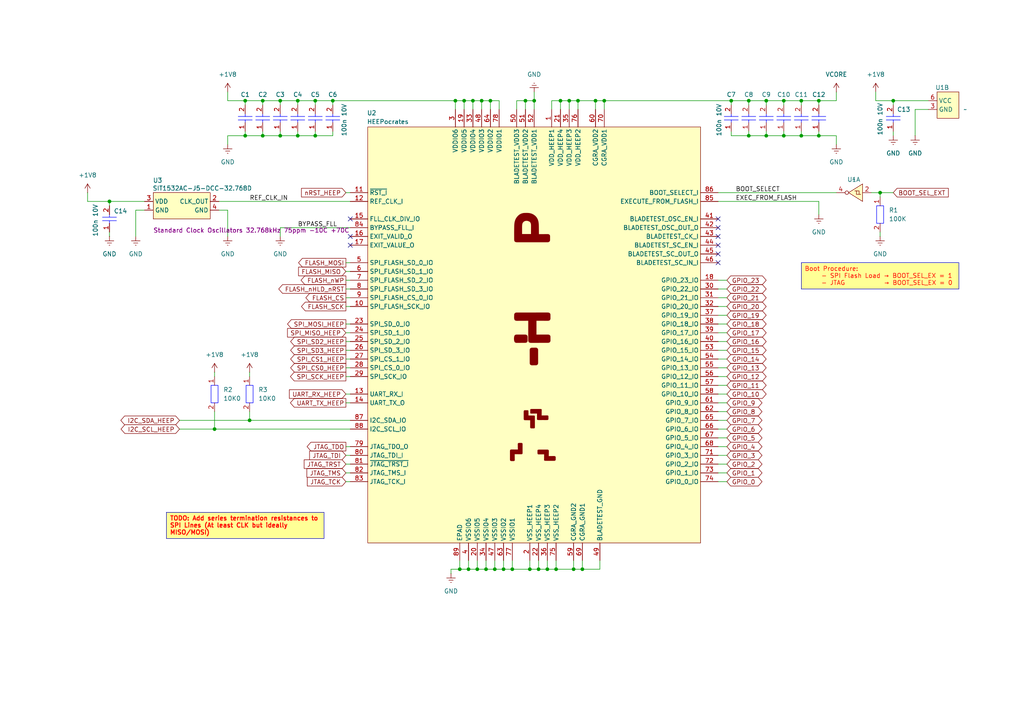
<source format=kicad_sch>
(kicad_sch (version 20231120) (generator "eeschema") (generator_version "8.0")
  (paper "A4")
  (lib_symbols
    (symbol "X-MODs_SchLib:CRCW0402100KFKEDC"
      (property "Reference" "R" (at -4.064 5.588 0))
      (property "Value" "100K" (at -4.064 3.302 0))
      (symbol "CRCW0402100KFKEDC_1_1"
        (pin passive line (at -5.08 0 0) (length 2.54) (name "") (number "1"))
        (pin passive line (at 5.08 0 180) (length 2.54) (name "") (number "2"))
      )
    )
    (symbol "X-MODs_SchLib:CRCW040210K0FKEDHP"
      (property "Reference" "R" (at -4.064 5.588 0))
      (property "Value" "10K0" (at -4.064 3.302 0))
      (symbol "CRCW040210K0FKEDHP_1_1"
        (pin passive line (at -5.08 0 0) (length 2.54) (name "") (number "1"))
        (pin passive line (at 5.08 0 180) (length 2.54) (name "") (number "2"))
      )
    )
    (symbol "X-MODs_SchLib:GRM155R71A104JA01D"
      (property "Reference" "C" (at -4.826 5.588 0))
      (property "Value" "100n 10V" (at -4.826 3.302 0))
      (symbol "GRM155R71A104JA01D_1_1"
        (pin passive line (at -3.81 0 0) (length 2.54) (name "") (number "1"))
        (pin passive line (at 3.81 0 180) (length 2.54) (name "") (number "2"))
      )
    )
    (symbol "X-MODs_SchLib:HEEPocrates"
      (property "Reference" "U" (at -0.254 2.794 0))
      (property "Value" " HEEPocrates" (at -1.27 1.016 0))
      (symbol "HEEPocrates_1_1"
        (pin power_in line (at 53.34 5.08 270) (length 5.08) (name "VDD_HEEP1") (number "1"))
        (pin bidirectional line (at -5.08 -52.07 0) (length 5.08) (name "SPI_FLASH_SCK_IO") (number "10"))
        (pin input line (at -5.08 -19.05 0) (length 5.08) (name "~{RST_I}") (number "11"))
        (pin input line (at -5.08 -21.59 0) (length 5.08) (name "REF_CLK_I") (number "12"))
        (pin bidirectional line (at -5.08 -77.47 0) (length 5.08) (name "UART_RX_I") (number "13"))
        (pin bidirectional line (at -5.08 -80.01 0) (length 5.08) (name "UART_TX_O") (number "14"))
        (pin bidirectional line (at -5.08 -26.67 0) (length 5.08) (name "FLL_CLK_DIV_IO") (number "15"))
        (pin bidirectional line (at -5.08 -31.75 0) (length 5.08) (name "EXIT_VALID_O") (number "16"))
        (pin bidirectional line (at -5.08 -34.29 0) (length 5.08) (name "EXIT_VALUE_O") (number "17"))
        (pin bidirectional line (at 101.6 -44.45 180) (length 5.08) (name "GPIO_23_IO") (number "18"))
        (pin power_in line (at 27.94 5.08 270) (length 5.08) (name "VDDIO5") (number "19"))
        (pin power_in line (at 46.99 -125.73 90) (length 5.08) (name "VSS_HEEP1") (number "2"))
        (pin power_in line (at 31.75 -125.73 90) (length 5.08) (name "VSSIO5") (number "20"))
        (pin power_in line (at 55.88 5.08 270) (length 5.08) (name "VDD_HEEP4") (number "21"))
        (pin power_in line (at 49.53 -125.73 90) (length 5.08) (name "VSS_HEEP4") (number "22"))
        (pin bidirectional line (at -5.08 -57.15 0) (length 5.08) (name "SPI_SD_0_IO") (number "23"))
        (pin bidirectional line (at -5.08 -59.69 0) (length 5.08) (name "SPI_SD_1_IO") (number "24"))
        (pin bidirectional line (at -5.08 -62.23 0) (length 5.08) (name "SPI_SD_2_IO") (number "25"))
        (pin bidirectional line (at -5.08 -64.77 0) (length 5.08) (name "SPI_SD_3_IO") (number "26"))
        (pin bidirectional line (at -5.08 -67.31 0) (length 5.08) (name "SPI_CS_1_IO") (number "27"))
        (pin bidirectional line (at -5.08 -69.85 0) (length 5.08) (name "SPI_CS_0_IO") (number "28"))
        (pin bidirectional line (at -5.08 -72.39 0) (length 5.08) (name "SPI_SCK_IO") (number "29"))
        (pin power_in line (at 25.4 5.08 270) (length 5.08) (name "VDDIO6") (number "3"))
        (pin bidirectional line (at 101.6 -46.99 180) (length 5.08) (name "GPIO_22_IO") (number "30"))
        (pin bidirectional line (at 101.6 -49.53 180) (length 5.08) (name "GPIO_21_IO") (number "31"))
        (pin bidirectional line (at 101.6 -52.07 180) (length 5.08) (name "GPIO_20_IO") (number "32"))
        (pin power_in line (at 30.48 5.08 270) (length 5.08) (name "VDDIO4") (number "33"))
        (pin power_in line (at 34.29 -125.73 90) (length 5.08) (name "VSSIO4") (number "34"))
        (pin power_in line (at 58.42 5.08 270) (length 5.08) (name "VDD_HEEP3") (number "35"))
        (pin power_in line (at 52.07 -125.73 90) (length 5.08) (name "VSS_HEEP3") (number "36"))
        (pin bidirectional line (at 101.6 -54.61 180) (length 5.08) (name "GPIO_19_IO") (number "37"))
        (pin bidirectional line (at 101.6 -57.15 180) (length 5.08) (name "GPIO_18_IO") (number "38"))
        (pin bidirectional line (at 101.6 -59.69 180) (length 5.08) (name "GPIO_17_IO") (number "39"))
        (pin power_in line (at 29.21 -125.73 90) (length 5.08) (name "VSSIO6") (number "4"))
        (pin bidirectional line (at 101.6 -62.23 180) (length 5.08) (name "GPIO_16_IO") (number "40"))
        (pin input line (at 101.6 -26.67 180) (length 5.08) (name "BLADETEST_OSC_EN_I") (number "41"))
        (pin output line (at 101.6 -29.21 180) (length 5.08) (name "BLADETEST_OSC_OUT_O") (number "42"))
        (pin input line (at 101.6 -31.75 180) (length 5.08) (name "BLADETEST_CK_I") (number "43"))
        (pin input line (at 101.6 -34.29 180) (length 5.08) (name "BLADETEST_SC_EN_I") (number "44"))
        (pin output line (at 101.6 -36.83 180) (length 5.08) (name "BLADETEST_SC_OUT_O") (number "45"))
        (pin input line (at 101.6 -39.37 180) (length 5.08) (name "BLADETEST_SC_IN_I") (number "46"))
        (pin power_in line (at 36.83 -125.73 90) (length 5.08) (name "VSSIO3") (number "47"))
        (pin power_in line (at 33.02 5.08 270) (length 5.08) (name "VDDIO3") (number "48"))
        (pin power_in line (at 67.31 -125.73 90) (length 5.08) (name "BLADETEST_GND") (number "49"))
        (pin bidirectional line (at -5.08 -39.37 0) (length 5.08) (name "SPI_FLASH_SD_0_IO") (number "5"))
        (pin power_in line (at 43.18 5.08 270) (length 5.08) (name "BLADETEST_VDD3") (number "50"))
        (pin power_in line (at 45.72 5.08 270) (length 5.08) (name "BLADETEST_VDD2") (number "51"))
        (pin power_in line (at 48.26 5.08 270) (length 5.08) (name "BLADETEST_VDD1") (number "52"))
        (pin bidirectional line (at 101.6 -64.77 180) (length 5.08) (name "GPIO_15_IO") (number "53"))
        (pin bidirectional line (at 101.6 -67.31 180) (length 5.08) (name "GPIO_14_IO") (number "54"))
        (pin bidirectional line (at 101.6 -69.85 180) (length 5.08) (name "GPIO_13_IO") (number "55"))
        (pin bidirectional line (at 101.6 -72.39 180) (length 5.08) (name "GPIO_12_IO") (number "56"))
        (pin bidirectional line (at 101.6 -74.93 180) (length 5.08) (name "GPIO_11_IO") (number "57"))
        (pin bidirectional line (at 101.6 -77.47 180) (length 5.08) (name "GPIO_10_IO") (number "58"))
        (pin power_in line (at 59.69 -125.73 90) (length 5.08) (name "CGRA_GND2") (number "59"))
        (pin bidirectional line (at -5.08 -41.91 0) (length 5.08) (name "SPI_FLASH_SD_1_IO") (number "6"))
        (pin power_in line (at 66.04 5.08 270) (length 5.08) (name "CGRA_VDD2") (number "60"))
        (pin bidirectional line (at 101.6 -80.01 180) (length 5.08) (name "GPIO_9_IO") (number "61"))
        (pin bidirectional line (at 101.6 -82.55 180) (length 5.08) (name "GPIO_8_IO") (number "62"))
        (pin power_in line (at 39.37 -125.73 90) (length 5.08) (name "VSSIO2") (number "63"))
        (pin power_in line (at 35.56 5.08 270) (length 5.08) (name "VDDIO2") (number "64"))
        (pin bidirectional line (at 101.6 -85.09 180) (length 5.08) (name "GPIO_7_IO") (number "65"))
        (pin bidirectional line (at 101.6 -87.63 180) (length 5.08) (name "GPIO_6_IO") (number "66"))
        (pin bidirectional line (at 101.6 -90.17 180) (length 5.08) (name "GPIO_5_IO") (number "67"))
        (pin bidirectional line (at 101.6 -92.71 180) (length 5.08) (name "GPIO_4_IO") (number "68"))
        (pin power_in line (at 62.23 -125.73 90) (length 5.08) (name "CGRA_GND1") (number "69"))
        (pin bidirectional line (at -5.08 -44.45 0) (length 5.08) (name "SPI_FLASH_SD_2_IO") (number "7"))
        (pin power_in line (at 68.58 5.08 270) (length 5.08) (name "CGRA_VDD1") (number "70"))
        (pin bidirectional line (at 101.6 -95.25 180) (length 5.08) (name "GPIO_3_IO") (number "71"))
        (pin bidirectional line (at 101.6 -97.79 180) (length 5.08) (name "GPIO_2_IO") (number "72"))
        (pin bidirectional line (at 101.6 -100.33 180) (length 5.08) (name "GPIO_1_IO") (number "73"))
        (pin bidirectional line (at 101.6 -102.87 180) (length 5.08) (name "GPIO_0_IO") (number "74"))
        (pin power_in line (at 54.61 -125.73 90) (length 5.08) (name "VSS_HEEP2") (number "75"))
        (pin power_in line (at 60.96 5.08 270) (length 5.08) (name "VDD_HEEP2") (number "76"))
        (pin power_in line (at 41.91 -125.73 90) (length 5.08) (name "VSSIO1") (number "77"))
        (pin power_in line (at 38.1 5.08 270) (length 5.08) (name "VDDIO1") (number "78"))
        (pin output line (at -5.08 -92.71 0) (length 5.08) (name "JTAG_TDO_O") (number "79"))
        (pin bidirectional line (at -5.08 -46.99 0) (length 5.08) (name "SPI_FLASH_SD_3_IO") (number "8"))
        (pin input line (at -5.08 -95.25 0) (length 5.08) (name "JTAG_TDI_I") (number "80"))
        (pin input line (at -5.08 -97.79 0) (length 5.08) (name "~{JTAG_TRST_I}") (number "81"))
        (pin input line (at -5.08 -100.33 0) (length 5.08) (name "JTAG_TMS_I") (number "82"))
        (pin input line (at -5.08 -102.87 0) (length 5.08) (name "JTAG_TCK_I") (number "83"))
        (pin input line (at -5.08 -29.21 0) (length 5.08) (name "BYPASS_FLL_I") (number "84"))
        (pin input line (at 101.6 -21.59 180) (length 5.08) (name "EXECUTE_FROM_FLASH_I") (number "85"))
        (pin input line (at 101.6 -19.05 180) (length 5.08) (name "BOOT_SELECT_I") (number "86"))
        (pin bidirectional line (at -5.08 -85.09 0) (length 5.08) (name "I2C_SDA_IO") (number "87"))
        (pin bidirectional line (at -5.08 -87.63 0) (length 5.08) (name "I2C_SCL_IO") (number "88"))
        (pin power_in line (at 26.67 -125.73 90) (length 5.08) (name "EPAD") (number "89"))
        (pin bidirectional line (at -5.08 -49.53 0) (length 5.08) (name "SPI_FLASH_CS_0_IO") (number "9"))
      )
    )
    (symbol "X-MODs_SchLib:SIT1532AC-J5-DCC-32.768D"
      (property "Reference" "U" (at -0.254 2.794 0))
      (property "Value" "SIT1532AC-J5-DCC-32.768D" (at -0.254 1.016 0))
      (symbol "SIT1532AC-J5-DCC-32.768D_1_1"
        (pin passive line (at -2.54 -5.08 0) (length 2.54) (name "GND") (number "1"))
        (pin passive line (at 19.05 -2.54 180) (length 2.54) (name "CLK_OUT") (number "2"))
        (pin passive line (at -2.54 -2.54 0) (length 2.54) (name "VDD") (number "3"))
        (pin passive line (at 19.05 -5.08 180) (length 2.54) (name "GND") (number "4"))
      )
    )
    (symbol "X-MODs_SchLib:SN74AUP1G14DSFR"
      (property "Reference" "U" (at 0.508 3.048 0))
      (property "Value" "SN74AUP1G14DSFR" (at 9.144 1.016 0))
      (symbol "SN74AUP1G14DSFR_1_1"
        (pin passive line (at -2.54 -2.54 0) (length 2.54) (name "") (number "2"))
        (pin passive line (at 7.62 -2.54 180) (length 2.54) (name "") (number "4"))
      )
      (symbol "SN74AUP1G14DSFR_2_1"
        (pin no_connect line (at 6.35 -1.27 180) (length 2.54) hide (name "") (number "1"))
        (pin passive line (at -2.54 -5.08 0) (length 2.54) (name "GND") (number "3"))
        (pin no_connect line (at 6.35 -6.35 180) (length 2.54) hide (name "") (number "5"))
        (pin passive line (at -2.54 -2.54 0) (length 2.54) (name "VCC") (number "6"))
      )
    )
    (symbol "power:+1V8" (power) (pin_numbers hide) (pin_names (offset 0) hide)
      (property "Value" "+1V8" (at 0 3.556 0))
      (symbol "+1V8_1_1"
        (pin power_in line (at 0 0 90) (length 0) (name "~") (number "1"))
      )
    )
    (symbol "power:Earth" (power) (pin_numbers hide) (pin_names (offset 0) hide)
      (property "Value" "Earth" (at 0 -3.81 0))
      (symbol "Earth_1_1"
        (pin power_in line (at 0 0 270) (length 0) (name "~") (number "1"))
      )
    )
  )
  (junction (at 222.25 29.21))
  (junction (at 232.41 39.37))
  (junction (at 137.16 29.21))
  (junction (at 217.17 29.21))
  (junction (at 167.64 29.21))
  (junction (at 168.91 165.1))
  (junction (at 172.72 29.21))
  (junction (at 146.05 165.1))
  (junction (at 71.12 29.21))
  (junction (at 259.08 29.21))
  (junction (at 134.62 29.21))
  (junction (at 255.27 55.88))
  (junction (at 148.59 165.1))
  (junction (at 227.33 29.21))
  (junction (at 76.2 29.21))
  (junction (at 62.23 124.46))
  (junction (at 156.21 165.1))
  (junction (at 212.09 29.21))
  (junction (at 232.41 29.21))
  (junction (at 158.75 165.1))
  (junction (at 237.49 39.37))
  (junction (at 138.43 165.1))
  (junction (at 142.24 29.21))
  (junction (at 217.17 39.37))
  (junction (at 133.35 165.1))
  (junction (at 161.29 165.1))
  (junction (at 132.08 29.21))
  (junction (at 227.33 39.37))
  (junction (at 152.4 29.21))
  (junction (at 91.44 29.21))
  (junction (at 237.49 29.21))
  (junction (at 153.67 165.1))
  (junction (at 140.97 165.1))
  (junction (at 86.36 39.37))
  (junction (at 31.75 58.42))
  (junction (at 154.94 29.21))
  (junction (at 96.52 29.21))
  (junction (at 91.44 39.37))
  (junction (at 166.37 165.1))
  (junction (at 162.56 29.21))
  (junction (at 81.28 29.21))
  (junction (at 175.26 29.21))
  (junction (at 143.51 165.1))
  (junction (at 222.25 39.37))
  (junction (at 165.1 29.21))
  (junction (at 139.7 29.21))
  (junction (at 76.2 39.37))
  (junction (at 135.89 165.1))
  (junction (at 71.12 39.37))
  (junction (at 72.39 121.92))
  (junction (at 81.28 39.37))
  (junction (at 86.36 29.21))
  (no_connect (at 208.28 73.66))
  (no_connect (at 208.28 66.04))
  (no_connect (at 208.28 76.2))
  (no_connect (at 101.6 63.5))
  (no_connect (at 208.28 68.58))
  (no_connect (at 101.6 71.12))
  (no_connect (at 208.28 71.12))
  (no_connect (at 208.28 63.5))
  (no_connect (at 101.6 68.58))
  (wire (pts (xy 100.33 83.82) (xy 101.6 83.82)))
  (wire (pts (xy 148.59 165.1) (xy 146.05 165.1)))
  (wire (pts (xy 208.28 132.08) (xy 210.82 132.08)))
  (wire (pts (xy 66.04 39.37) (xy 71.12 39.37)))
  (wire (pts (xy 222.25 39.37) (xy 222.25 38.1)))
  (wire (pts (xy 149.86 29.21) (xy 152.4 29.21)))
  (wire (pts (xy 208.28 139.7) (xy 210.82 139.7)))
  (wire (pts (xy 242.57 29.21) (xy 237.49 29.21)))
  (wire (pts (xy 25.4 55.88) (xy 25.4 58.42)))
  (wire (pts (xy 167.64 29.21) (xy 167.64 31.75)))
  (wire (pts (xy 208.28 109.22) (xy 210.82 109.22)))
  (wire (pts (xy 255.27 55.88) (xy 255.27 57.15)))
  (wire (pts (xy 143.51 162.56) (xy 143.51 165.1)))
  (wire (pts (xy 91.44 29.21) (xy 91.44 30.48)))
  (wire (pts (xy 100.33 86.36) (xy 101.6 86.36)))
  (wire (pts (xy 100.33 132.08) (xy 101.6 132.08)))
  (wire (pts (xy 172.72 29.21) (xy 175.26 29.21)))
  (wire (pts (xy 208.28 99.06) (xy 210.82 99.06)))
  (wire (pts (xy 161.29 165.1) (xy 166.37 165.1)))
  (wire (pts (xy 100.33 116.84) (xy 101.6 116.84)))
  (wire (pts (xy 154.94 26.67) (xy 154.94 29.21)))
  (wire (pts (xy 130.81 165.1) (xy 133.35 165.1)))
  (wire (pts (xy 100.33 134.62) (xy 101.6 134.62)))
  (wire (pts (xy 232.41 29.21) (xy 237.49 29.21)))
  (wire (pts (xy 71.12 39.37) (xy 76.2 39.37)))
  (wire (pts (xy 137.16 29.21) (xy 137.16 31.75)))
  (wire (pts (xy 208.28 124.46) (xy 210.82 124.46)))
  (wire (pts (xy 139.7 29.21) (xy 139.7 31.75)))
  (wire (pts (xy 100.33 106.68) (xy 101.6 106.68)))
  (wire (pts (xy 100.33 81.28) (xy 101.6 81.28)))
  (wire (pts (xy 158.75 162.56) (xy 158.75 165.1)))
  (wire (pts (xy 160.02 29.21) (xy 160.02 31.75)))
  (wire (pts (xy 242.57 39.37) (xy 237.49 39.37)))
  (wire (pts (xy 25.4 58.42) (xy 31.75 58.42)))
  (wire (pts (xy 242.57 41.91) (xy 242.57 39.37)))
  (wire (pts (xy 134.62 29.21) (xy 134.62 31.75)))
  (wire (pts (xy 208.28 127) (xy 210.82 127)))
  (wire (pts (xy 100.33 55.88) (xy 101.6 55.88)))
  (wire (pts (xy 154.94 29.21) (xy 154.94 31.75)))
  (wire (pts (xy 100.33 139.7) (xy 101.6 139.7)))
  (wire (pts (xy 100.33 114.3) (xy 101.6 114.3)))
  (wire (pts (xy 91.44 29.21) (xy 96.52 29.21)))
  (wire (pts (xy 254 26.67) (xy 254 29.21)))
  (wire (pts (xy 259.08 38.1) (xy 259.08 39.37)))
  (wire (pts (xy 175.26 29.21) (xy 212.09 29.21)))
  (wire (pts (xy 156.21 165.1) (xy 153.67 165.1)))
  (wire (pts (xy 167.64 29.21) (xy 172.72 29.21)))
  (wire (pts (xy 168.91 162.56) (xy 168.91 165.1)))
  (wire (pts (xy 100.33 99.06) (xy 101.6 99.06)))
  (wire (pts (xy 71.12 29.21) (xy 76.2 29.21)))
  (wire (pts (xy 165.1 29.21) (xy 167.64 29.21)))
  (wire (pts (xy 212.09 38.1) (xy 212.09 39.37)))
  (wire (pts (xy 148.59 162.56) (xy 148.59 165.1)))
  (wire (pts (xy 208.28 104.14) (xy 210.82 104.14)))
  (wire (pts (xy 165.1 29.21) (xy 165.1 31.75)))
  (wire (pts (xy 96.52 29.21) (xy 132.08 29.21)))
  (wire (pts (xy 52.07 124.46) (xy 62.23 124.46)))
  (wire (pts (xy 100.33 93.98) (xy 101.6 93.98)))
  (wire (pts (xy 217.17 39.37) (xy 222.25 39.37)))
  (wire (pts (xy 100.33 88.9) (xy 101.6 88.9)))
  (wire (pts (xy 96.52 29.21) (xy 96.52 30.48)))
  (wire (pts (xy 140.97 162.56) (xy 140.97 165.1)))
  (wire (pts (xy 81.28 39.37) (xy 86.36 39.37)))
  (wire (pts (xy 96.52 39.37) (xy 91.44 39.37)))
  (wire (pts (xy 146.05 162.56) (xy 146.05 165.1)))
  (wire (pts (xy 208.28 93.98) (xy 210.82 93.98)))
  (wire (pts (xy 208.28 81.28) (xy 210.82 81.28)))
  (wire (pts (xy 72.39 121.92) (xy 101.6 121.92)))
  (wire (pts (xy 173.99 162.56) (xy 173.99 165.1)))
  (wire (pts (xy 259.08 29.21) (xy 259.08 30.48)))
  (wire (pts (xy 96.52 38.1) (xy 96.52 39.37)))
  (wire (pts (xy 31.75 58.42) (xy 31.75 59.69)))
  (wire (pts (xy 208.28 137.16) (xy 210.82 137.16)))
  (wire (pts (xy 142.24 29.21) (xy 142.24 31.75)))
  (wire (pts (xy 156.21 165.1) (xy 158.75 165.1)))
  (wire (pts (xy 71.12 38.1) (xy 71.12 39.37)))
  (wire (pts (xy 101.6 58.42) (xy 63.5 58.42)))
  (wire (pts (xy 130.81 165.1) (xy 130.81 166.37)))
  (wire (pts (xy 227.33 29.21) (xy 232.41 29.21)))
  (wire (pts (xy 148.59 165.1) (xy 153.67 165.1)))
  (wire (pts (xy 265.43 31.75) (xy 265.43 39.37)))
  (wire (pts (xy 100.33 76.2) (xy 101.6 76.2)))
  (wire (pts (xy 133.35 165.1) (xy 135.89 165.1)))
  (wire (pts (xy 212.09 39.37) (xy 217.17 39.37)))
  (wire (pts (xy 91.44 38.1) (xy 91.44 39.37)))
  (wire (pts (xy 86.36 29.21) (xy 86.36 30.48)))
  (wire (pts (xy 81.28 66.04) (xy 81.28 68.58)))
  (wire (pts (xy 139.7 29.21) (xy 137.16 29.21)))
  (wire (pts (xy 149.86 31.75) (xy 149.86 29.21)))
  (wire (pts (xy 100.33 129.54) (xy 101.6 129.54)))
  (wire (pts (xy 41.91 60.96) (xy 39.37 60.96)))
  (wire (pts (xy 237.49 39.37) (xy 232.41 39.37)))
  (wire (pts (xy 100.33 101.6) (xy 101.6 101.6)))
  (wire (pts (xy 76.2 29.21) (xy 76.2 30.48)))
  (wire (pts (xy 208.28 129.54) (xy 210.82 129.54)))
  (wire (pts (xy 135.89 165.1) (xy 135.89 162.56)))
  (wire (pts (xy 63.5 60.96) (xy 66.04 60.96)))
  (wire (pts (xy 208.28 111.76) (xy 210.82 111.76)))
  (wire (pts (xy 161.29 162.56) (xy 161.29 165.1)))
  (wire (pts (xy 208.28 58.42) (xy 237.49 58.42)))
  (wire (pts (xy 162.56 29.21) (xy 162.56 31.75)))
  (wire (pts (xy 222.25 29.21) (xy 222.25 30.48)))
  (wire (pts (xy 86.36 39.37) (xy 91.44 39.37)))
  (wire (pts (xy 237.49 29.21) (xy 237.49 30.48)))
  (wire (pts (xy 222.25 39.37) (xy 227.33 39.37)))
  (wire (pts (xy 71.12 30.48) (xy 71.12 29.21)))
  (wire (pts (xy 208.28 114.3) (xy 210.82 114.3)))
  (wire (pts (xy 237.49 38.1) (xy 237.49 39.37)))
  (wire (pts (xy 208.28 86.36) (xy 210.82 86.36)))
  (wire (pts (xy 140.97 165.1) (xy 138.43 165.1)))
  (wire (pts (xy 100.33 96.52) (xy 101.6 96.52)))
  (wire (pts (xy 100.33 109.22) (xy 101.6 109.22)))
  (wire (pts (xy 208.28 83.82) (xy 210.82 83.82)))
  (wire (pts (xy 208.28 96.52) (xy 210.82 96.52)))
  (wire (pts (xy 100.33 104.14) (xy 101.6 104.14)))
  (wire (pts (xy 222.25 29.21) (xy 227.33 29.21)))
  (wire (pts (xy 237.49 58.42) (xy 237.49 62.23)))
  (wire (pts (xy 86.36 39.37) (xy 86.36 38.1)))
  (wire (pts (xy 41.91 58.42) (xy 31.75 58.42)))
  (wire (pts (xy 166.37 162.56) (xy 166.37 165.1)))
  (wire (pts (xy 81.28 29.21) (xy 81.28 30.48)))
  (wire (pts (xy 132.08 29.21) (xy 132.08 31.75)))
  (wire (pts (xy 217.17 29.21) (xy 217.17 30.48)))
  (wire (pts (xy 242.57 26.67) (xy 242.57 29.21)))
  (wire (pts (xy 137.16 29.21) (xy 134.62 29.21)))
  (wire (pts (xy 52.07 121.92) (xy 72.39 121.92)))
  (wire (pts (xy 161.29 165.1) (xy 158.75 165.1)))
  (wire (pts (xy 81.28 39.37) (xy 81.28 38.1)))
  (wire (pts (xy 76.2 29.21) (xy 81.28 29.21)))
  (wire (pts (xy 100.33 78.74) (xy 101.6 78.74)))
  (wire (pts (xy 39.37 60.96) (xy 39.37 68.58)))
  (wire (pts (xy 138.43 165.1) (xy 135.89 165.1)))
  (wire (pts (xy 156.21 162.56) (xy 156.21 165.1)))
  (wire (pts (xy 62.23 107.95) (xy 62.23 109.22)))
  (wire (pts (xy 208.28 106.68) (xy 210.82 106.68)))
  (wire (pts (xy 76.2 39.37) (xy 81.28 39.37)))
  (wire (pts (xy 212.09 30.48) (xy 212.09 29.21)))
  (wire (pts (xy 208.28 88.9) (xy 210.82 88.9)))
  (wire (pts (xy 144.78 31.75) (xy 144.78 29.21)))
  (wire (pts (xy 81.28 66.04) (xy 101.6 66.04)))
  (wire (pts (xy 208.28 119.38) (xy 210.82 119.38)))
  (wire (pts (xy 232.41 38.1) (xy 232.41 39.37)))
  (wire (pts (xy 162.56 29.21) (xy 165.1 29.21)))
  (wire (pts (xy 265.43 31.75) (xy 269.24 31.75)))
  (wire (pts (xy 72.39 119.38) (xy 72.39 121.92)))
  (wire (pts (xy 227.33 29.21) (xy 227.33 30.48)))
  (wire (pts (xy 62.23 124.46) (xy 101.6 124.46)))
  (wire (pts (xy 86.36 29.21) (xy 91.44 29.21)))
  (wire (pts (xy 217.17 29.21) (xy 222.25 29.21)))
  (wire (pts (xy 81.28 29.21) (xy 86.36 29.21)))
  (wire (pts (xy 144.78 29.21) (xy 142.24 29.21)))
  (wire (pts (xy 168.91 165.1) (xy 166.37 165.1)))
  (wire (pts (xy 227.33 39.37) (xy 227.33 38.1)))
  (wire (pts (xy 255.27 67.31) (xy 255.27 68.58)))
  (wire (pts (xy 168.91 165.1) (xy 173.99 165.1)))
  (wire (pts (xy 66.04 26.67) (xy 66.04 29.21)))
  (wire (pts (xy 160.02 29.21) (xy 162.56 29.21)))
  (wire (pts (xy 138.43 162.56) (xy 138.43 165.1)))
  (wire (pts (xy 208.28 116.84) (xy 210.82 116.84)))
  (wire (pts (xy 208.28 91.44) (xy 210.82 91.44)))
  (wire (pts (xy 254 29.21) (xy 259.08 29.21)))
  (wire (pts (xy 152.4 29.21) (xy 152.4 31.75)))
  (wire (pts (xy 143.51 165.1) (xy 140.97 165.1)))
  (wire (pts (xy 31.75 67.31) (xy 31.75 68.58)))
  (wire (pts (xy 208.28 134.62) (xy 210.82 134.62)))
  (wire (pts (xy 146.05 165.1) (xy 143.51 165.1)))
  (wire (pts (xy 66.04 29.21) (xy 71.12 29.21)))
  (wire (pts (xy 152.4 29.21) (xy 154.94 29.21)))
  (wire (pts (xy 227.33 39.37) (xy 232.41 39.37)))
  (wire (pts (xy 62.23 119.38) (xy 62.23 124.46)))
  (wire (pts (xy 208.28 121.92) (xy 210.82 121.92)))
  (wire (pts (xy 232.41 29.21) (xy 232.41 30.48)))
  (wire (pts (xy 208.28 101.6) (xy 210.82 101.6)))
  (wire (pts (xy 153.67 162.56) (xy 153.67 165.1)))
  (wire (pts (xy 259.08 29.21) (xy 269.24 29.21)))
  (wire (pts (xy 208.28 55.88) (xy 242.57 55.88)))
  (wire (pts (xy 175.26 29.21) (xy 175.26 31.75)))
  (wire (pts (xy 66.04 60.96) (xy 66.04 68.58)))
  (wire (pts (xy 255.27 55.88) (xy 259.08 55.88)))
  (wire (pts (xy 217.17 39.37) (xy 217.17 38.1)))
  (wire (pts (xy 172.72 29.21) (xy 172.72 31.75)))
  (wire (pts (xy 100.33 137.16) (xy 101.6 137.16)))
  (wire (pts (xy 252.73 55.88) (xy 255.27 55.88)))
  (wire (pts (xy 134.62 29.21) (xy 132.08 29.21)))
  (wire (pts (xy 133.35 162.56) (xy 133.35 165.1)))
  (wire (pts (xy 72.39 107.95) (xy 72.39 109.22)))
  (wire (pts (xy 76.2 39.37) (xy 76.2 38.1)))
  (wire (pts (xy 142.24 29.21) (xy 139.7 29.21)))
  (wire (pts (xy 212.09 29.21) (xy 217.17 29.21)))
  (wire (pts (xy 66.04 41.91) (xy 66.04 39.37)))
  (text_box "Boot Procedure:\n	- SPI Flash Load → BOOT_SEL_EX = 1\n	- JTAG		   → BOOT_SEL_EX = 0" (at 232.41 76.2 0) (size 45.72 7.62) (fill (type color) (color 255 255 150 1)) (effects (font (size 1.27 1.27)) (justify left top)))
  (text_box "TODO: Add series termination resistances to SPI Lines (At least CLK but ideally MISO/MOSI)" (at 48.26 148.59 0) (size 45.72 7.62) (fill (type color) (color 255 255 150 1)) (effects (font (size 1.27 1.27) (thickness 0.254) (bold yes)) (justify left top)))
  (label "BYPASS_FLL" (at 86.36 66.04 0))
  (label "BOOT_SELECT" (at 213.36 55.88 0))
  (label "REF_CLK_IN" (at 72.39 58.42 0))
  (label "EXEC_FROM_FLASH" (at 213.36 58.42 0))
  (global_label "SPI_CS0_HEEP" (shape output) (at 100.33 106.68 180) (property "Intersheetrefs" "${INTERSHEET_REFS}" (effects (hide yes))))
  (global_label "GPIO_21" (shape bidirectional) (at 210.82 86.36 0) (property "Intersheetrefs" "${INTERSHEET_REFS}" (effects (hide yes))))
  (global_label "GPIO_7" (shape bidirectional) (at 210.82 121.92 0) (property "Intersheetrefs" "${INTERSHEET_REFS}" (effects (hide yes))))
  (global_label "SPI_MISO_HEEP" (shape input) (at 100.33 96.52 180) (property "Intersheetrefs" "${INTERSHEET_REFS}" (effects (hide yes))))
  (global_label "GPIO_15" (shape bidirectional) (at 210.82 101.6 0) (property "Intersheetrefs" "${INTERSHEET_REFS}" (effects (hide yes))))
  (global_label "GPIO_17" (shape bidirectional) (at 210.82 96.52 0) (property "Intersheetrefs" "${INTERSHEET_REFS}" (effects (hide yes))))
  (global_label "GPIO_12" (shape bidirectional) (at 210.82 109.22 0) (property "Intersheetrefs" "${INTERSHEET_REFS}" (effects (hide yes))))
  (global_label "GPIO_10" (shape bidirectional) (at 210.82 114.3 0) (property "Intersheetrefs" "${INTERSHEET_REFS}" (effects (hide yes))))
  (global_label "GPIO_18" (shape bidirectional) (at 210.82 93.98 0) (property "Intersheetrefs" "${INTERSHEET_REFS}" (effects (hide yes))))
  (global_label "GPIO_11" (shape bidirectional) (at 210.82 111.76 0) (property "Intersheetrefs" "${INTERSHEET_REFS}" (effects (hide yes))))
  (global_label "FLASH_MISO" (shape input) (at 100.33 78.74 180) (property "Intersheetrefs" "${INTERSHEET_REFS}" (effects (hide yes))))
  (global_label "JTAG_TDO" (shape output) (at 100.33 129.54 180) (property "Intersheetrefs" "${INTERSHEET_REFS}" (effects (hide yes))))
  (global_label "nRST_HEEP" (shape input) (at 100.33 55.88 180) (property "Intersheetrefs" "${INTERSHEET_REFS}" (effects (hide yes))))
  (global_label "SPI_SD3_HEEP" (shape output) (at 100.33 101.6 180) (property "Intersheetrefs" "${INTERSHEET_REFS}" (effects (hide yes))))
  (global_label "GPIO_4" (shape bidirectional) (at 210.82 129.54 0) (property "Intersheetrefs" "${INTERSHEET_REFS}" (effects (hide yes))))
  (global_label "JTAG_TMS" (shape input) (at 100.33 137.16 180) (property "Intersheetrefs" "${INTERSHEET_REFS}" (effects (hide yes))))
  (global_label "GPIO_23" (shape bidirectional) (at 210.82 81.28 0) (property "Intersheetrefs" "${INTERSHEET_REFS}" (effects (hide yes))))
  (global_label "FLASH_SCK" (shape output) (at 100.33 88.9 180) (property "Intersheetrefs" "${INTERSHEET_REFS}" (effects (hide yes))))
  (global_label "GPIO_9" (shape bidirectional) (at 210.82 116.84 0) (property "Intersheetrefs" "${INTERSHEET_REFS}" (effects (hide yes))))
  (global_label "GPIO_19" (shape bidirectional) (at 210.82 91.44 0) (property "Intersheetrefs" "${INTERSHEET_REFS}" (effects (hide yes))))
  (global_label "I2C_SDA_HEEP" (shape bidirectional) (at 52.07 121.92 180) (property "Intersheetrefs" "${INTERSHEET_REFS}" (effects (hide yes))))
  (global_label "GPIO_16" (shape bidirectional) (at 210.82 99.06 0) (property "Intersheetrefs" "${INTERSHEET_REFS}" (effects (hide yes))))
  (global_label "UART_TX_HEEP" (shape output) (at 100.33 116.84 180) (property "Intersheetrefs" "${INTERSHEET_REFS}" (effects (hide yes))))
  (global_label "I2C_SCL_HEEP" (shape bidirectional) (at 52.07 124.46 180) (property "Intersheetrefs" "${INTERSHEET_REFS}" (effects (hide yes))))
  (global_label "GPIO_2" (shape bidirectional) (at 210.82 134.62 0) (property "Intersheetrefs" "${INTERSHEET_REFS}" (effects (hide yes))))
  (global_label "JTAG_TDI" (shape input) (at 100.33 132.08 180) (property "Intersheetrefs" "${INTERSHEET_REFS}" (effects (hide yes))))
  (global_label "FLASH_nHLD_nRST" (shape output) (at 100.33 83.82 180) (property "Intersheetrefs" "${INTERSHEET_REFS}" (effects (hide yes))))
  (global_label "UART_RX_HEEP" (shape input) (at 100.33 114.3 180) (property "Intersheetrefs" "${INTERSHEET_REFS}" (effects (hide yes))))
  (global_label "GPIO_8" (shape bidirectional) (at 210.82 119.38 0) (property "Intersheetrefs" "${INTERSHEET_REFS}" (effects (hide yes))))
  (global_label "FLASH_nWP" (shape output) (at 100.33 81.28 180) (property "Intersheetrefs" "${INTERSHEET_REFS}" (effects (hide yes))))
  (global_label "GPIO_6" (shape bidirectional) (at 210.82 124.46 0) (property "Intersheetrefs" "${INTERSHEET_REFS}" (effects (hide yes))))
  (global_label "SPI_SD2_HEEP" (shape output) (at 100.33 99.06 180) (property "Intersheetrefs" "${INTERSHEET_REFS}" (effects (hide yes))))
  (global_label "GPIO_1" (shape bidirectional) (at 210.82 137.16 0) (property "Intersheetrefs" "${INTERSHEET_REFS}" (effects (hide yes))))
  (global_label "GPIO_13" (shape bidirectional) (at 210.82 106.68 0) (property "Intersheetrefs" "${INTERSHEET_REFS}" (effects (hide yes))))
  (global_label "JTAG_TRST" (shape input) (at 100.33 134.62 180) (property "Intersheetrefs" "${INTERSHEET_REFS}" (effects (hide yes))))
  (global_label "GPIO_3" (shape bidirectional) (at 210.82 132.08 0) (property "Intersheetrefs" "${INTERSHEET_REFS}" (effects (hide yes))))
  (global_label "SPI_CS1_HEEP" (shape output) (at 100.33 104.14 180) (property "Intersheetrefs" "${INTERSHEET_REFS}" (effects (hide yes))))
  (global_label "GPIO_14" (shape bidirectional) (at 210.82 104.14 0) (property "Intersheetrefs" "${INTERSHEET_REFS}" (effects (hide yes))))
  (global_label "SPI_SCK_HEEP" (shape output) (at 100.33 109.22 180) (property "Intersheetrefs" "${INTERSHEET_REFS}" (effects (hide yes))))
  (global_label "GPIO_22" (shape bidirectional) (at 210.82 83.82 0) (property "Intersheetrefs" "${INTERSHEET_REFS}" (effects (hide yes))))
  (global_label "FLASH_CS" (shape output) (at 100.33 86.36 180) (property "Intersheetrefs" "${INTERSHEET_REFS}" (effects (hide yes))))
  (global_label "GPIO_5" (shape bidirectional) (at 210.82 127 0) (property "Intersheetrefs" "${INTERSHEET_REFS}" (effects (hide yes))))
  (global_label "JTAG_TCK" (shape input) (at 100.33 139.7 180) (property "Intersheetrefs" "${INTERSHEET_REFS}" (effects (hide yes))))
  (global_label "SPI_MOSI_HEEP" (shape output) (at 100.33 93.98 180) (property "Intersheetrefs" "${INTERSHEET_REFS}" (effects (hide yes))))
  (global_label "FLASH_MOSI" (shape output) (at 100.33 76.2 180) (property "Intersheetrefs" "${INTERSHEET_REFS}" (effects (hide yes))))
  (global_label "GPIO_20" (shape bidirectional) (at 210.82 88.9 0) (property "Intersheetrefs" "${INTERSHEET_REFS}" (effects (hide yes))))
  (global_label "BOOT_SEL_EXT" (shape input) (at 259.08 55.88 0) (property "Intersheetrefs" "${INTERSHEET_REFS}" (effects (hide yes))))
  (global_label "GPIO_0" (shape bidirectional) (at 210.82 139.7 0) (property "Intersheetrefs" "${INTERSHEET_REFS}" (effects (hide yes))))
  (symbol (lib_id "power:+1V8") (at 72.39 107.95 0) (unit 1)
    (property "Reference" "#PWR017" (effects (hide yes)))
    (property "Value" "+1V8" (at 72.39 102.87 0))
    (property "Description" "Power symbol creates a global label with name \"+1V8\"" (effects (hide yes)))
  )
  (symbol (lib_id "power:Earth") (at 66.04 68.58 0) (mirror y) (unit 1)
    (property "Reference" "#PWR013" (effects (hide yes)))
    (property "Value" "GND" (at 66.04 73.66 0))
    (property "Description" "Power symbol creates a global label with name \"Earth\"" (effects (hide yes)))
  )
  (symbol (lib_id "X-MODs_SchLib:GRM155R71A104JA01D") (at 217.17 34.29 90) (unit 1)
    (property "Reference" "C8" (at 217.17 27.432 90))
    (property "Value" "100n 10V" (effects (hide yes)))
    (property "Footprint" "X-MODs_PcbLib:C0402" (effects (hide yes)))
    (property "Datasheet" "https://www.mouser.es/datasheet/2/281/1/GRM155R71A104JA01_01A-1984196.pdf" (effects (hide yes)))
    (property "Description" "Multilayer Ceramic Capacitors MLCC - SMD/SMT 0.1 uF 10 VDC 5% 0402 X7R" (effects (hide yes)))
    (property "MPN" "GRM155R71A104JA01D" (effects (hide yes)))
  )
  (symbol (lib_id "X-MODs_SchLib:CRCW040210K0FKEDHP") (at 72.39 114.3 270) (unit 1)
    (property "Reference" "R3" (at 74.93 113.0299 90) (effects (justify left)))
    (property "Value" "10K0" (at 74.93 115.5699 90) (effects (justify left)))
    (property "Footprint" "X-MODs_PcbLib:R0402" (effects (hide yes)))
    (property "Datasheet" "https://www.vishay.com/doc?20043" (effects (hide yes)))
    (property "Description" "Thick Film Resistors - SMD 0.2W 10Kohms 1% High Power AEC-Q200" (effects (hide yes)))
    (property "MPN" "CRCW040210K0FKEDHP" (effects (hide yes)))
  )
  (symbol (lib_id "power:Earth") (at 265.43 39.37 0) (mirror y) (unit 1)
    (property "Reference" "#PWR06" (effects (hide yes)))
    (property "Value" "GND" (at 265.43 44.45 0))
    (property "Description" "Power symbol creates a global label with name \"Earth\"" (effects (hide yes)))
  )
  (symbol (lib_id "X-MODs_SchLib:HEEPocrates") (at 106.68 36.83 0) (unit 1)
    (property "Reference" "U2" (at 106.426 32.766 0) (effects (justify left)))
    (property "Value" "HEEPocrates" (at 106.426 35.306 0) (effects (justify left)))
    (property "Footprint" "X-MODs_PcbLib:HEEPocrates" (effects (hide yes)))
    (property "Datasheet" "https://x-heep.readthedocs.io/en/latest/" (effects (hide yes)))
    (property "Description" "HEEPocrates" (effects (hide yes)))
  )
  (symbol (lib_id "X-MODs_SchLib:GRM155R71A104JA01D") (at 81.28 34.29 90) (unit 1)
    (property "Reference" "C3" (at 81.28 27.432 90))
    (property "Value" "100n 10V" (effects (hide yes)))
    (property "Footprint" "X-MODs_PcbLib:C0402" (effects (hide yes)))
    (property "Datasheet" "https://www.mouser.es/datasheet/2/281/1/GRM155R71A104JA01_01A-1984196.pdf" (effects (hide yes)))
    (property "Description" "Multilayer Ceramic Capacitors MLCC - SMD/SMT 0.1 uF 10 VDC 5% 0402 X7R" (effects (hide yes)))
    (property "MPN" "GRM155R71A104JA01D" (effects (hide yes)))
  )
  (symbol (lib_id "X-MODs_SchLib:GRM155R71A104JA01D") (at 91.44 34.29 90) (unit 1)
    (property "Reference" "C5" (at 91.44 27.432 90))
    (property "Value" "100n 10V" (effects (hide yes)))
    (property "Footprint" "X-MODs_PcbLib:C0402" (effects (hide yes)))
    (property "Datasheet" "https://www.mouser.es/datasheet/2/281/1/GRM155R71A104JA01_01A-1984196.pdf" (effects (hide yes)))
    (property "Description" "Multilayer Ceramic Capacitors MLCC - SMD/SMT 0.1 uF 10 VDC 5% 0402 X7R" (effects (hide yes)))
    (property "MPN" "GRM155R71A104JA01D" (effects (hide yes)))
  )
  (symbol (lib_id "power:+1V8") (at 62.23 107.95 0) (unit 1)
    (property "Reference" "#PWR016" (effects (hide yes)))
    (property "Value" "+1V8" (at 62.23 102.87 0))
    (property "Description" "Power symbol creates a global label with name \"+1V8\"" (effects (hide yes)))
  )
  (symbol (lib_id "X-MODs_SchLib:CRCW0402100KFKEDC") (at 255.27 62.23 270) (unit 1)
    (property "Reference" "R1" (at 257.81 60.9599 90) (effects (justify left)))
    (property "Value" "100K" (at 257.81 63.4999 90) (effects (justify left)))
    (property "Footprint" "X-MODs_PcbLib:R0402" (effects (hide yes)))
    (property "Datasheet" "https://www.vishay.com/doc?28773" (effects (hide yes)))
    (property "Description" "Thick Film Resistors - SMD 1/16watt 100Kohms 1% Commercial Use" (effects (hide yes)))
    (property "MPN" "CRCW0402100KFKEDC" (effects (hide yes)))
  )
  (symbol (lib_id "power:Earth") (at 255.27 68.58 0) (mirror y) (unit 1)
    (property "Reference" "#PWR015" (effects (hide yes)))
    (property "Value" "GND" (at 255.27 73.66 0))
    (property "Description" "Power symbol creates a global label with name \"Earth\"" (effects (hide yes)))
  )
  (symbol (lib_id "power:+1V8") (at 242.57 26.67 0) (unit 1)
    (property "Reference" "#PWR03" (effects (hide yes)))
    (property "Value" "VCORE" (at 242.57 21.59 0))
    (property "Description" "Power symbol creates a global label with name \"+1V8\"" (effects (hide yes)))
  )
  (symbol (lib_id "power:Earth") (at 66.04 41.91 0) (mirror y) (unit 1)
    (property "Reference" "#PWR07" (effects (hide yes)))
    (property "Value" "GND" (at 66.04 46.99 0))
    (property "Description" "Power symbol creates a global label with name \"Earth\"" (effects (hide yes)))
  )
  (symbol (lib_id "X-MODs_SchLib:GRM155R71A104JA01D") (at 237.49 34.29 90) (unit 1)
    (property "Reference" "C12" (at 237.49 27.432 90))
    (property "Value" "100n 10V" (effects (hide yes)))
    (property "Footprint" "X-MODs_PcbLib:C0402" (effects (hide yes)))
    (property "Datasheet" "https://www.mouser.es/datasheet/2/281/1/GRM155R71A104JA01_01A-1984196.pdf" (effects (hide yes)))
    (property "Description" "Multilayer Ceramic Capacitors MLCC - SMD/SMT 0.1 uF 10 VDC 5% 0402 X7R" (effects (hide yes)))
    (property "MPN" "GRM155R71A104JA01D" (effects (hide yes)))
  )
  (symbol (lib_id "X-MODs_SchLib:GRM155R71A104JA01D") (at 222.25 34.29 90) (unit 1)
    (property "Reference" "C9" (at 222.25 27.432 90))
    (property "Value" "100n 10V" (effects (hide yes)))
    (property "Footprint" "X-MODs_PcbLib:C0402" (effects (hide yes)))
    (property "Datasheet" "https://www.mouser.es/datasheet/2/281/1/GRM155R71A104JA01_01A-1984196.pdf" (effects (hide yes)))
    (property "Description" "Multilayer Ceramic Capacitors MLCC - SMD/SMT 0.1 uF 10 VDC 5% 0402 X7R" (effects (hide yes)))
    (property "MPN" "GRM155R71A104JA01D" (effects (hide yes)))
  )
  (symbol (lib_id "power:Earth") (at 31.75 68.58 0) (unit 1)
    (property "Reference" "#PWR011" (effects (hide yes)))
    (property "Value" "GND" (at 31.75 73.66 0))
    (property "Description" "Power symbol creates a global label with name \"Earth\"" (effects (hide yes)))
  )
  (symbol (lib_id "X-MODs_SchLib:CRCW040210K0FKEDHP") (at 62.23 114.3 270) (unit 1)
    (property "Reference" "R2" (at 64.77 113.0299 90) (effects (justify left)))
    (property "Value" "10K0" (at 64.77 115.5699 90) (effects (justify left)))
    (property "Footprint" "X-MODs_PcbLib:R0402" (effects (hide yes)))
    (property "Datasheet" "https://www.vishay.com/doc?20043" (effects (hide yes)))
    (property "Description" "Thick Film Resistors - SMD 0.2W 10Kohms 1% High Power AEC-Q200" (effects (hide yes)))
    (property "MPN" "CRCW040210K0FKEDHP" (effects (hide yes)))
  )
  (symbol (lib_id "X-MODs_SchLib:GRM155R71A104JA01D") (at 259.08 34.29 90) (unit 1)
    (property "Reference" "C13" (at 262.128 31.75 90))
    (property "Value" "100n 10V" (at 255.27 34.544 0))
    (property "Footprint" "X-MODs_PcbLib:C0402" (effects (hide yes)))
    (property "Datasheet" "https://www.mouser.es/datasheet/2/281/1/GRM155R71A104JA01_01A-1984196.pdf" (effects (hide yes)))
    (property "Description" "Multilayer Ceramic Capacitors MLCC - SMD/SMT 0.1 uF 10 VDC 5% 0402 X7R" (effects (hide yes)))
    (property "MPN" "GRM155R71A104JA01D" (effects (hide yes)))
  )
  (symbol (lib_id "power:+1V8") (at 25.4 55.88 0) (unit 1)
    (property "Reference" "#PWR09" (effects (hide yes)))
    (property "Value" "+1V8" (at 25.4 50.8 0))
    (property "Description" "Power symbol creates a global label with name \"+1V8\"" (effects (hide yes)))
  )
  (symbol (lib_id "power:+1V8") (at 66.04 26.67 0) (unit 1)
    (property "Reference" "#PWR01" (effects (hide yes)))
    (property "Value" "+1V8" (at 66.04 21.59 0))
    (property "Description" "Power symbol creates a global label with name \"+1V8\"" (effects (hide yes)))
  )
  (symbol (lib_id "power:Earth") (at 39.37 68.58 0) (unit 1)
    (property "Reference" "#PWR012" (effects (hide yes)))
    (property "Value" "GND" (at 39.37 73.66 0))
    (property "Description" "Power symbol creates a global label with name \"Earth\"" (effects (hide yes)))
  )
  (symbol (lib_id "X-MODs_SchLib:GRM155R71A104JA01D") (at 212.09 34.29 90) (unit 1)
    (property "Reference" "C7" (at 212.09 27.432 90))
    (property "Value" "100n 10V" (at 208.534 34.798 0))
    (property "Footprint" "X-MODs_PcbLib:C0402" (effects (hide yes)))
    (property "Datasheet" "https://www.mouser.es/datasheet/2/281/1/GRM155R71A104JA01_01A-1984196.pdf" (effects (hide yes)))
    (property "Description" "Multilayer Ceramic Capacitors MLCC - SMD/SMT 0.1 uF 10 VDC 5% 0402 X7R" (effects (hide yes)))
    (property "MPN" "GRM155R71A104JA01D" (effects (hide yes)))
  )
  (symbol (lib_id "X-MODs_SchLib:GRM155R71A104JA01D") (at 76.2 34.29 90) (unit 1)
    (property "Reference" "C2" (at 76.2 27.432 90))
    (property "Value" "100n 10V" (effects (hide yes)))
    (property "Footprint" "X-MODs_PcbLib:C0402" (effects (hide yes)))
    (property "Datasheet" "https://www.mouser.es/datasheet/2/281/1/GRM155R71A104JA01_01A-1984196.pdf" (effects (hide yes)))
    (property "Description" "Multilayer Ceramic Capacitors MLCC - SMD/SMT 0.1 uF 10 VDC 5% 0402 X7R" (effects (hide yes)))
    (property "MPN" "GRM155R71A104JA01D" (effects (hide yes)))
  )
  (symbol (lib_id "power:Earth") (at 242.57 41.91 0) (unit 1)
    (property "Reference" "#PWR08" (effects (hide yes)))
    (property "Value" "GND" (at 242.57 46.99 0))
    (property "Description" "Power symbol creates a global label with name \"Earth\"" (effects (hide yes)))
  )
  (symbol (lib_id "X-MODs_SchLib:GRM155R71A104JA01D") (at 227.33 34.29 90) (unit 1)
    (property "Reference" "C10" (at 227.33 27.432 90))
    (property "Value" "100n 10V" (effects (hide yes)))
    (property "Footprint" "X-MODs_PcbLib:C0402" (effects (hide yes)))
    (property "Datasheet" "https://www.mouser.es/datasheet/2/281/1/GRM155R71A104JA01_01A-1984196.pdf" (effects (hide yes)))
    (property "Description" "Multilayer Ceramic Capacitors MLCC - SMD/SMT 0.1 uF 10 VDC 5% 0402 X7R" (effects (hide yes)))
    (property "MPN" "GRM155R71A104JA01D" (effects (hide yes)))
  )
  (symbol (lib_id "X-MODs_SchLib:GRM155R71A104JA01D") (at 31.75 63.5 90) (unit 1)
    (property "Reference" "C14" (at 33.02 61.214 90) (effects (justify right)))
    (property "Value" "100n 10V" (at 27.686 59.182 0) (effects (justify right)))
    (property "Footprint" "X-MODs_PcbLib:C0402" (effects (hide yes)))
    (property "Datasheet" "https://www.mouser.es/datasheet/2/281/1/GRM155R71A104JA01_01A-1984196.pdf" (effects (hide yes)))
    (property "Description" "Multilayer Ceramic Capacitors MLCC - SMD/SMT 0.1 uF 10 VDC 5% 0402 X7R" (effects (hide yes)))
    (property "MPN" "GRM155R71A104JA01D" (effects (hide yes)))
  )
  (symbol (lib_id "X-MODs_SchLib:GRM155R71A104JA01D") (at 96.52 34.29 90) (unit 1)
    (property "Reference" "C6" (at 96.52 27.432 90))
    (property "Value" "100n 10V" (effects (hide yes)))
    (property "Footprint" "X-MODs_PcbLib:C0402" (effects (hide yes)))
    (property "Datasheet" "https://www.mouser.es/datasheet/2/281/1/GRM155R71A104JA01_01A-1984196.pdf" (effects (hide yes)))
    (property "Description" "Multilayer Ceramic Capacitors MLCC - SMD/SMT 0.1 uF 10 VDC 5% 0402 X7R" (effects (hide yes)))
    (property "MPN" "GRM155R71A104JA01D" (effects (hide yes)))
  )
  (symbol (lib_id "X-MODs_SchLib:GRM155R71A104JA01D") (at 71.12 34.29 90) (unit 1)
    (property "Reference" "C1" (at 71.12 27.432 90))
    (property "Value" "100n 10V" (at 99.822 34.798 0))
    (property "Footprint" "X-MODs_PcbLib:C0402" (effects (hide yes)))
    (property "Datasheet" "https://www.mouser.es/datasheet/2/281/1/GRM155R71A104JA01_01A-1984196.pdf" (effects (hide yes)))
    (property "Description" "Multilayer Ceramic Capacitors MLCC - SMD/SMT 0.1 uF 10 VDC 5% 0402 X7R" (effects (hide yes)))
    (property "MPN" "GRM155R71A104JA01D" (effects (hide yes)))
  )
  (symbol (lib_id "power:Earth") (at 237.49 62.23 0) (mirror y) (unit 1)
    (property "Reference" "#PWR010" (effects (hide yes)))
    (property "Value" "GND" (at 237.49 67.31 0))
    (property "Description" "Power symbol creates a global label with name \"Earth\"" (effects (hide yes)))
  )
  (symbol (lib_id "X-MODs_SchLib:SN74AUP1G14DSFR") (at 271.78 26.67 0) (unit 2)
    (property "Reference" "U1" (at 271.272 25.4 0) (effects (justify left)))
    (property "Value" "~" (at 279.4 31.75 0) (effects (justify left)))
    (property "Footprint" "X-MODs_PcbLib:X2SON-6" (effects (hide yes)))
    (property "Datasheet" "https://www.ti.com/lit/gpn/sn74aup1g14" (effects (hide yes)))
    (property "Description" "Inverters Low-Pwr Sgl Schmitt- Trigger Inverter" (effects (hide yes)))
    (property "MPN" "SN74AUP1G14DSFR" (effects (hide yes)))
  )
  (symbol (lib_id "X-MODs_SchLib:SN74AUP1G14DSFR") (at 250.19 53.34 0) (mirror y) (unit 1)
    (property "Reference" "U1" (at 247.65 52.07 0))
    (property "Value" "~" (at 247.65 52.07 0))
    (property "Footprint" "X-MODs_PcbLib:X2SON-6" (effects (hide yes)))
    (property "Datasheet" "https://www.ti.com/lit/gpn/sn74aup1g14" (effects (hide yes)))
    (property "Description" "Inverters Low-Pwr Sgl Schmitt- Trigger Inverter" (effects (hide yes)))
    (property "MPN" "SN74AUP1G14DSFR" (effects (hide yes)))
  )
  (symbol (lib_id "X-MODs_SchLib:SIT1532AC-J5-DCC-32.768D") (at 44.45 55.88 0) (unit 1)
    (property "Reference" "U3" (at 45.72 52.324 0))
    (property "Value" "SIT1532AC-J5-DCC-32.768D" (at 58.674 54.61 0))
    (property "Footprint" "X-MODs_PcbLib:SIT1532AC" (effects (hide yes)))
    (property "Datasheet" "https://www.mouser.es/datasheet/2/371/SiT1532_datasheet-1324404.pdf" (effects (hide yes)))
    (property "Description" "Standard Clock Oscillators 32.768kHz 75ppm -10C +70C" (at 44.45 66.802 0) (effects (justify left)))
    (property "MPN" "SIT1532AC-J5-DCC-32.768D" (effects (hide yes)))
  )
  (symbol (lib_id "power:Earth") (at 154.94 26.67 180) (unit 1)
    (property "Reference" "#PWR02" (effects (hide yes)))
    (property "Value" "GND" (at 154.94 21.59 0))
    (property "Description" "Power symbol creates a global label with name \"Earth\"" (effects (hide yes)))
  )
  (symbol (lib_id "X-MODs_SchLib:GRM155R71A104JA01D") (at 86.36 34.29 90) (unit 1)
    (property "Reference" "C4" (at 86.36 27.432 90))
    (property "Value" "100n 10V" (effects (hide yes)))
    (property "Footprint" "X-MODs_PcbLib:C0402" (effects (hide yes)))
    (property "Datasheet" "https://www.mouser.es/datasheet/2/281/1/GRM155R71A104JA01_01A-1984196.pdf" (effects (hide yes)))
    (property "Description" "Multilayer Ceramic Capacitors MLCC - SMD/SMT 0.1 uF 10 VDC 5% 0402 X7R" (effects (hide yes)))
    (property "MPN" "GRM155R71A104JA01D" (effects (hide yes)))
  )
  (symbol (lib_id "power:Earth") (at 81.28 68.58 0) (mirror y) (unit 1)
    (property "Reference" "#PWR014" (effects (hide yes)))
    (property "Value" "GND" (at 81.28 73.66 0))
    (property "Description" "Power symbol creates a global label with name \"Earth\"" (effects (hide yes)))
  )
  (symbol (lib_id "power:+1V8") (at 254 26.67 0) (unit 1)
    (property "Reference" "#PWR04" (effects (hide yes)))
    (property "Value" "+1V8" (at 254 21.59 0))
    (property "Description" "Power symbol creates a global label with name \"+1V8\"" (effects (hide yes)))
  )
  (symbol (lib_id "power:Earth") (at 130.81 166.37 0) (unit 1)
    (property "Reference" "#PWR018" (effects (hide yes)))
    (property "Value" "GND" (at 130.81 171.45 0))
    (property "Description" "Power symbol creates a global label with name \"Earth\"" (effects (hide yes)))
  )
  (symbol (lib_id "X-MODs_SchLib:GRM155R71A104JA01D") (at 232.41 34.29 90) (unit 1)
    (property "Reference" "C11" (at 232.41 27.432 90))
    (property "Value" "100n 10V" (effects (hide yes)))
    (property "Footprint" "X-MODs_PcbLib:C0402" (effects (hide yes)))
    (property "Datasheet" "https://www.mouser.es/datasheet/2/281/1/GRM155R71A104JA01_01A-1984196.pdf" (effects (hide yes)))
    (property "Description" "Multilayer Ceramic Capacitors MLCC - SMD/SMT 0.1 uF 10 VDC 5% 0402 X7R" (effects (hide yes)))
    (property "MPN" "GRM155R71A104JA01D" (effects (hide yes)))
  )
  (symbol (lib_id "power:Earth") (at 259.08 39.37 0) (mirror y) (unit 1)
    (property "Reference" "#PWR05" (effects (hide yes)))
    (property "Value" "GND" (at 259.08 44.45 0))
    (property "Description" "Power symbol creates a global label with name \"Earth\"" (effects (hide yes)))
  )
)
</source>
